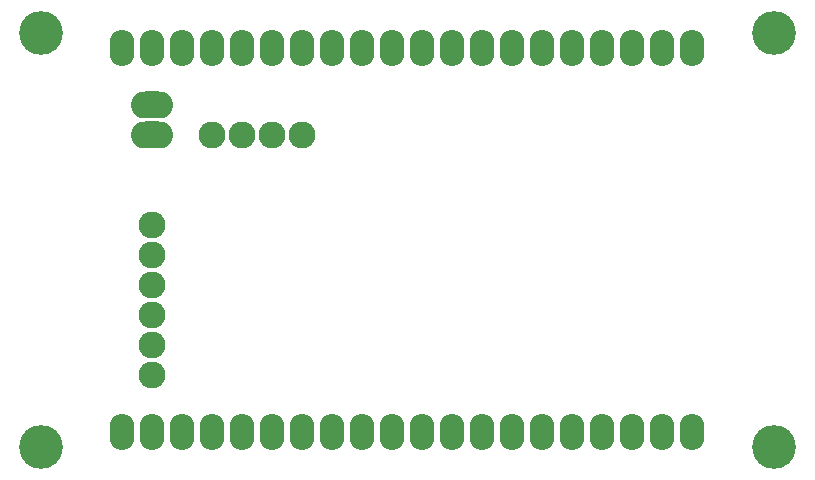
<source format=gts>
G04 (created by PCBNEW-RS274X (2012-01-19 BZR 3256)-stable) date 18/05/2013 06:36:34*
G01*
G70*
G90*
%MOIN*%
G04 Gerber Fmt 3.4, Leading zero omitted, Abs format*
%FSLAX34Y34*%
G04 APERTURE LIST*
%ADD10C,0.006000*%
%ADD11O,0.083000X0.120000*%
%ADD12C,0.090000*%
%ADD13C,0.146000*%
%ADD14O,0.140000X0.090000*%
G04 APERTURE END LIST*
G54D10*
G54D11*
X59500Y-48900D03*
X60500Y-48900D03*
X61500Y-48900D03*
X62500Y-48900D03*
X63500Y-48900D03*
X64500Y-48900D03*
X65500Y-48900D03*
X66500Y-48900D03*
X67500Y-48900D03*
X68500Y-48900D03*
X69500Y-48900D03*
X70500Y-48900D03*
X71500Y-48900D03*
X72500Y-48900D03*
X73500Y-48900D03*
X74500Y-48900D03*
X75500Y-48900D03*
X76500Y-48900D03*
X77500Y-48900D03*
X78500Y-48900D03*
X78500Y-36100D03*
X77500Y-36100D03*
X76500Y-36100D03*
X75500Y-36100D03*
X74500Y-36100D03*
X73500Y-36100D03*
X72500Y-36100D03*
X71500Y-36100D03*
X70500Y-36100D03*
X69500Y-36100D03*
X68500Y-36100D03*
X67500Y-36100D03*
X66500Y-36100D03*
X65500Y-36100D03*
X64500Y-36100D03*
X63500Y-36100D03*
X62500Y-36100D03*
X61500Y-36100D03*
X60500Y-36100D03*
X59500Y-36100D03*
G54D12*
X60500Y-44000D03*
X60500Y-43000D03*
X60500Y-42000D03*
X60500Y-47000D03*
X60500Y-46000D03*
X60500Y-45000D03*
G54D13*
X81205Y-35610D03*
X81205Y-49390D03*
X56795Y-49390D03*
X56795Y-35610D03*
G54D14*
X60500Y-38000D03*
X60500Y-39000D03*
G54D12*
X65500Y-39000D03*
X64500Y-39000D03*
X63500Y-39000D03*
X62500Y-39000D03*
M02*

</source>
